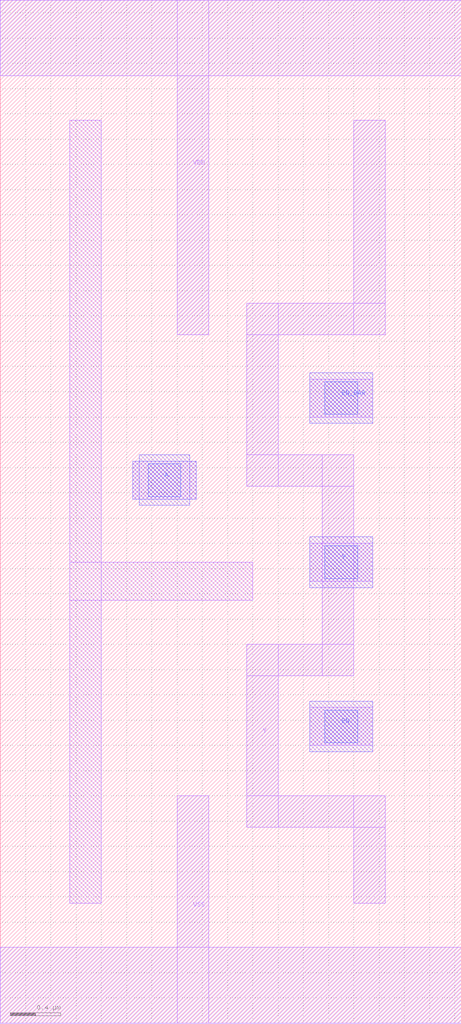
<source format=lef>
# Copyright 2022 Google LLC
# Licensed under the Apache License, Version 2.0 (the "License");
# you may not use this file except in compliance with the License.
# You may obtain a copy of the License at
#
#      http://www.apache.org/licenses/LICENSE-2.0
#
# Unless required by applicable law or agreed to in writing, software
# distributed under the License is distributed on an "AS IS" BASIS,
# WITHOUT WARRANTIES OR CONDITIONS OF ANY KIND, either express or implied.
# See the License for the specific language governing permissions and
# limitations under the License.
VERSION 5.7 ;
BUSBITCHARS "[]" ;
DIVIDERCHAR "/" ;

MACRO gf180mcu_osu_sc_gp12t3v3__tbuf_1
  CLASS CORE ;
  ORIGIN 0 0 ;
  FOREIGN gf180mcu_osu_sc_gp12t3v3__tbuf_1 0 0 ;
  SIZE 3.65 BY 8.1 ;
  SYMMETRY X Y ;
  SITE GF180_3p3_12t ;
  PIN VDD
    DIRECTION INOUT ;
    USE POWER ;
    SHAPE ABUTMENT ;
    PORT
      LAYER MET1 ;
        RECT 0 7.5 3.65 8.1 ;
        RECT 1.4 5.45 1.65 8.1 ;
    END
  END VDD
  PIN VSS
    DIRECTION INOUT ;
    USE GROUND ;
    PORT
      LAYER MET1 ;
        RECT 0 0 3.65 0.6 ;
        RECT 1.4 0 1.65 1.8 ;
    END
  END VSS
  PIN A
    DIRECTION INPUT ;
    USE SIGNAL ;
    PORT
      LAYER MET1 ;
        RECT 1.05 4.15 1.55 4.45 ;
      LAYER MET2 ;
        RECT 1.05 4.15 1.55 4.45 ;
        RECT 1.1 4.1 1.5 4.5 ;
      LAYER VIA12 ;
        RECT 1.17 4.17 1.43 4.43 ;
    END
  END A
  PIN EN
    DIRECTION INPUT ;
    USE SIGNAL ;
    PORT
      LAYER MET1 ;
        RECT 2.45 2.2 2.95 2.5 ;
      LAYER MET2 ;
        RECT 2.45 2.15 2.95 2.55 ;
      LAYER VIA12 ;
        RECT 2.57 2.22 2.83 2.48 ;
    END
  END EN
  PIN EN_BAR
    DIRECTION INPUT ;
    USE SIGNAL ;
    PORT
      LAYER MET1 ;
        RECT 2.45 4.8 2.95 5.1 ;
      LAYER MET2 ;
        RECT 2.45 4.75 2.95 5.15 ;
      LAYER VIA12 ;
        RECT 2.57 4.82 2.83 5.08 ;
    END
  END EN_BAR
  PIN Y
    DIRECTION OUTPUT ;
    USE SIGNAL ;
    PORT
      LAYER MET1 ;
        RECT 2.8 5.45 3.05 7.15 ;
        RECT 1.95 1.55 3.05 1.8 ;
        RECT 2.8 0.95 3.05 1.8 ;
        RECT 2.45 3.5 2.95 3.8 ;
        RECT 1.95 4.25 2.8 4.5 ;
        RECT 2.55 2.75 2.8 4.5 ;
        RECT 1.95 5.45 3.05 5.7 ;
        RECT 1.95 2.75 2.8 3 ;
        RECT 1.95 4.25 2.2 5.7 ;
        RECT 1.95 1.55 2.2 3 ;
      LAYER MET2 ;
        RECT 2.45 3.45 2.95 3.85 ;
      LAYER VIA12 ;
        RECT 2.57 3.52 2.83 3.78 ;
    END
  END Y
  OBS
    LAYER MET1 ;
      RECT 0.55 0.95 0.8 7.15 ;
      RECT 0.55 3.35 2 3.65 ;
  END
END gf180mcu_osu_sc_gp12t3v3__tbuf_1

</source>
